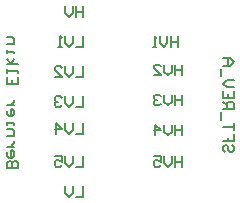
<source format=gbo>
G04*
G04 #@! TF.GenerationSoftware,Altium Limited,Altium Designer,18.1.9 (240)*
G04*
G04 Layer_Color=32896*
%FSLAX25Y25*%
%MOIN*%
G70*
G01*
G75*
%ADD12C,0.00800*%
D12*
X174099Y246000D02*
X170500D01*
Y247799D01*
X171100Y248399D01*
X171700D01*
X172299Y247799D01*
Y246000D01*
Y247799D01*
X172899Y248399D01*
X173499D01*
X174099Y247799D01*
Y246000D01*
X170500Y251398D02*
Y250199D01*
X171100Y249599D01*
X172299D01*
X172899Y250199D01*
Y251398D01*
X172299Y251998D01*
X171700D01*
Y249599D01*
X172899Y253198D02*
X170500D01*
X171700D01*
X172299Y253798D01*
X172899Y254397D01*
Y254997D01*
X170500Y256797D02*
X172899D01*
Y258596D01*
X172299Y259196D01*
X170500D01*
Y260395D02*
Y261595D01*
Y260995D01*
X172899D01*
Y260395D01*
X170500Y265194D02*
Y263994D01*
X171100Y263394D01*
X172299D01*
X172899Y263994D01*
Y265194D01*
X172299Y265794D01*
X171700D01*
Y263394D01*
X172899Y266993D02*
X170500D01*
X171700D01*
X172299Y267593D01*
X172899Y268193D01*
Y268793D01*
X174099Y276590D02*
Y274191D01*
X170500D01*
Y276590D01*
X172299Y274191D02*
Y275391D01*
X170500Y277790D02*
Y278989D01*
Y278390D01*
X174099D01*
Y277790D01*
X170500Y280789D02*
X174099D01*
X171700D02*
X172899Y282588D01*
X171700Y280789D02*
X170500Y282588D01*
Y284388D02*
Y285587D01*
Y284987D01*
X172899D01*
Y284388D01*
X170500Y287387D02*
X172899D01*
Y289186D01*
X172299Y289786D01*
X170500D01*
X245499Y253899D02*
X246099Y253299D01*
Y252100D01*
X245499Y251500D01*
X244899D01*
X244299Y252100D01*
Y253299D01*
X243700Y253899D01*
X243100D01*
X242500Y253299D01*
Y252100D01*
X243100Y251500D01*
X246099Y257498D02*
Y255099D01*
X244299D01*
Y256298D01*
Y255099D01*
X242500D01*
X246099Y258698D02*
Y261097D01*
Y259897D01*
X242500D01*
X241900Y262297D02*
Y264696D01*
X242500Y265895D02*
X246099D01*
Y267695D01*
X245499Y268295D01*
X244299D01*
X243700Y267695D01*
Y265895D01*
Y267095D02*
X242500Y268295D01*
X246099Y271893D02*
Y269494D01*
X242500D01*
Y271893D01*
X244299Y269494D02*
Y270694D01*
X246099Y273093D02*
X243700D01*
X242500Y274293D01*
X243700Y275492D01*
X246099D01*
X241900Y276692D02*
Y279091D01*
X242500Y280291D02*
X244899D01*
X246099Y281490D01*
X244899Y282690D01*
X242500D01*
X244299D01*
Y280291D01*
X196000Y290099D02*
Y286500D01*
X193601D01*
X192401Y290099D02*
Y287700D01*
X191201Y286500D01*
X190002Y287700D01*
Y290099D01*
X188802Y286500D02*
X187603D01*
X188203D01*
Y290099D01*
X188802Y289499D01*
X196000Y280099D02*
Y276500D01*
X193601D01*
X192401Y280099D02*
Y277700D01*
X191201Y276500D01*
X190002Y277700D01*
Y280099D01*
X186403Y276500D02*
X188802D01*
X186403Y278899D01*
Y279499D01*
X187003Y280099D01*
X188203D01*
X188802Y279499D01*
X196000Y270099D02*
Y266500D01*
X193601D01*
X192401Y270099D02*
Y267700D01*
X191201Y266500D01*
X190002Y267700D01*
Y270099D01*
X188802Y269499D02*
X188203Y270099D01*
X187003D01*
X186403Y269499D01*
Y268899D01*
X187003Y268299D01*
X187603D01*
X187003D01*
X186403Y267700D01*
Y267100D01*
X187003Y266500D01*
X188203D01*
X188802Y267100D01*
X196000Y261099D02*
Y257500D01*
X193601D01*
X192401Y261099D02*
Y258700D01*
X191201Y257500D01*
X190002Y258700D01*
Y261099D01*
X187003Y257500D02*
Y261099D01*
X188802Y259299D01*
X186403D01*
X196000Y250099D02*
Y246500D01*
X193601D01*
X192401Y250099D02*
Y247700D01*
X191201Y246500D01*
X190002Y247700D01*
Y250099D01*
X186403D02*
X188802D01*
Y248299D01*
X187603Y248899D01*
X187003D01*
X186403Y248299D01*
Y247100D01*
X187003Y246500D01*
X188203D01*
X188802Y247100D01*
X229000Y250099D02*
Y246500D01*
Y248299D01*
X226601D01*
Y250099D01*
Y246500D01*
X225401Y250099D02*
Y247700D01*
X224201Y246500D01*
X223002Y247700D01*
Y250099D01*
X219403D02*
X221802D01*
Y248299D01*
X220603Y248899D01*
X220003D01*
X219403Y248299D01*
Y247100D01*
X220003Y246500D01*
X221202D01*
X221802Y247100D01*
X229000Y260599D02*
Y257000D01*
Y258799D01*
X226601D01*
Y260599D01*
Y257000D01*
X225401Y260599D02*
Y258200D01*
X224201Y257000D01*
X223002Y258200D01*
Y260599D01*
X220003Y257000D02*
Y260599D01*
X221802Y258799D01*
X219403D01*
X229000Y270599D02*
Y267000D01*
Y268799D01*
X226601D01*
Y270599D01*
Y267000D01*
X225401Y270599D02*
Y268200D01*
X224201Y267000D01*
X223002Y268200D01*
Y270599D01*
X221802Y269999D02*
X221202Y270599D01*
X220003D01*
X219403Y269999D01*
Y269399D01*
X220003Y268799D01*
X220603D01*
X220003D01*
X219403Y268200D01*
Y267600D01*
X220003Y267000D01*
X221202D01*
X221802Y267600D01*
X229000Y280599D02*
Y277000D01*
Y278799D01*
X226601D01*
Y280599D01*
Y277000D01*
X225401Y280599D02*
Y278200D01*
X224201Y277000D01*
X223002Y278200D01*
Y280599D01*
X219403Y277000D02*
X221802D01*
X219403Y279399D01*
Y279999D01*
X220003Y280599D01*
X221202D01*
X221802Y279999D01*
X227500Y290099D02*
Y286500D01*
Y288299D01*
X225101D01*
Y290099D01*
Y286500D01*
X223901Y290099D02*
Y287700D01*
X222702Y286500D01*
X221502Y287700D01*
Y290099D01*
X220302Y286500D02*
X219103D01*
X219703D01*
Y290099D01*
X220302Y289499D01*
X196000Y240099D02*
Y236500D01*
X193601D01*
X192401Y240099D02*
Y237700D01*
X191201Y236500D01*
X190002Y237700D01*
Y240099D01*
X196000Y300099D02*
Y296500D01*
Y298299D01*
X193601D01*
Y300099D01*
Y296500D01*
X192401Y300099D02*
Y297700D01*
X191201Y296500D01*
X190002Y297700D01*
Y300099D01*
M02*

</source>
